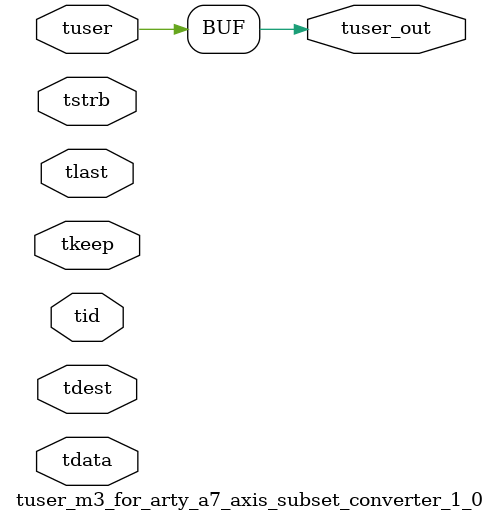
<source format=v>


`timescale 1ps/1ps

module tuser_m3_for_arty_a7_axis_subset_converter_1_0 #
(
parameter C_S_AXIS_TUSER_WIDTH = 1,
parameter C_S_AXIS_TDATA_WIDTH = 32,
parameter C_S_AXIS_TID_WIDTH   = 0,
parameter C_S_AXIS_TDEST_WIDTH = 0,
parameter C_M_AXIS_TUSER_WIDTH = 1
)
(
input  [(C_S_AXIS_TUSER_WIDTH == 0 ? 1 : C_S_AXIS_TUSER_WIDTH)-1:0     ] tuser,
input  [(C_S_AXIS_TDATA_WIDTH == 0 ? 1 : C_S_AXIS_TDATA_WIDTH)-1:0     ] tdata,
input  [(C_S_AXIS_TID_WIDTH   == 0 ? 1 : C_S_AXIS_TID_WIDTH)-1:0       ] tid,
input  [(C_S_AXIS_TDEST_WIDTH == 0 ? 1 : C_S_AXIS_TDEST_WIDTH)-1:0     ] tdest,
input  [(C_S_AXIS_TDATA_WIDTH/8)-1:0 ] tkeep,
input  [(C_S_AXIS_TDATA_WIDTH/8)-1:0 ] tstrb,
input                                                                    tlast,
output [C_M_AXIS_TUSER_WIDTH-1:0] tuser_out
);

assign tuser_out = {tuser[0:0]};

endmodule


</source>
